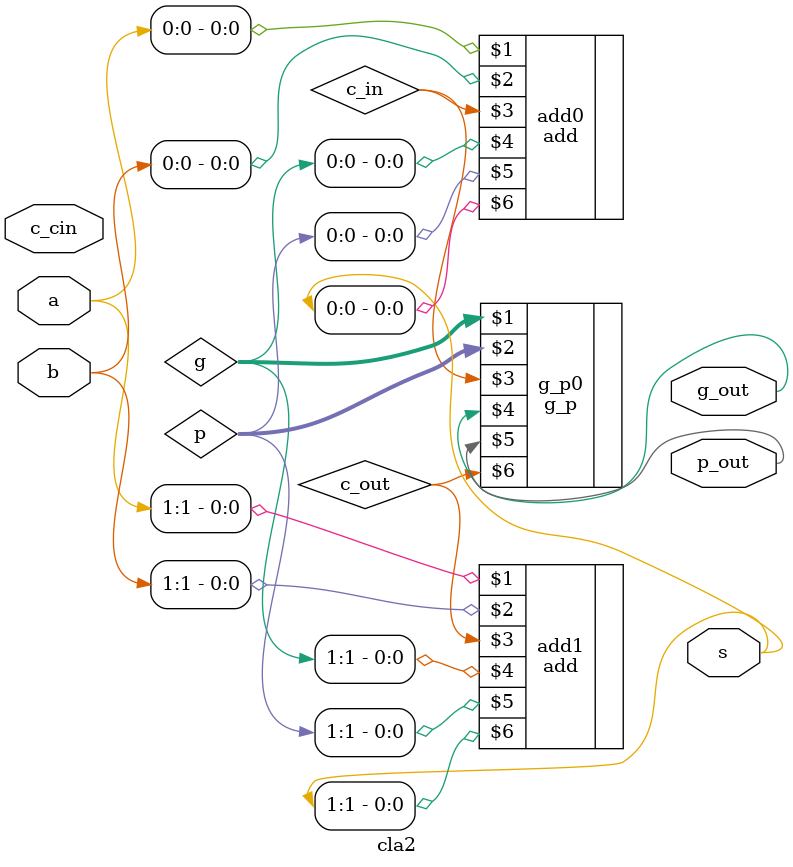
<source format=v>
`timescale 1ns / 1ps


module cla2(
input [1:0] a,
input [1:0] b,
input c_cin,
output g_out,
output p_out,
output [1:0] s
    );
    
    wire [1:0] g,p;
    wire c_out;
     add add0(a[0],b[0],c_in,g[0],p[0],s[0]);
     add add1(a[1],b[1],c_out,g[1],p[1],s[1]);
     g_p g_p0(g,p,c_in,g_out,p_out,c_out);
     
endmodule

</source>
